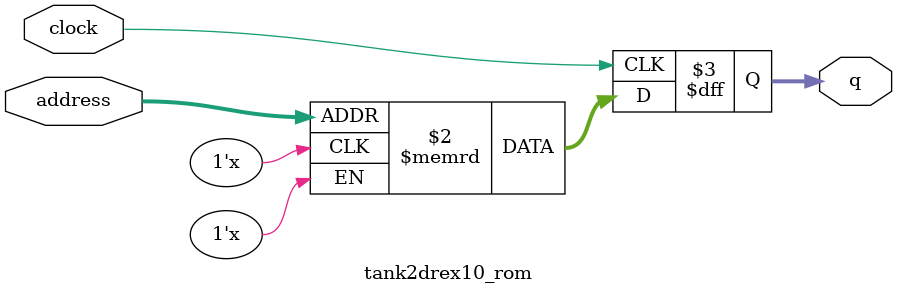
<source format=sv>
module tank2drex10_rom (
	input logic clock,
	input logic [9:0] address,
	output logic [3:0] q
);

logic [3:0] memory [0:1023] /* synthesis ram_init_file = "./tank2drex10/tank2drex10.mif" */;

always_ff @ (posedge clock) begin
	q <= memory[address];
end

endmodule

</source>
